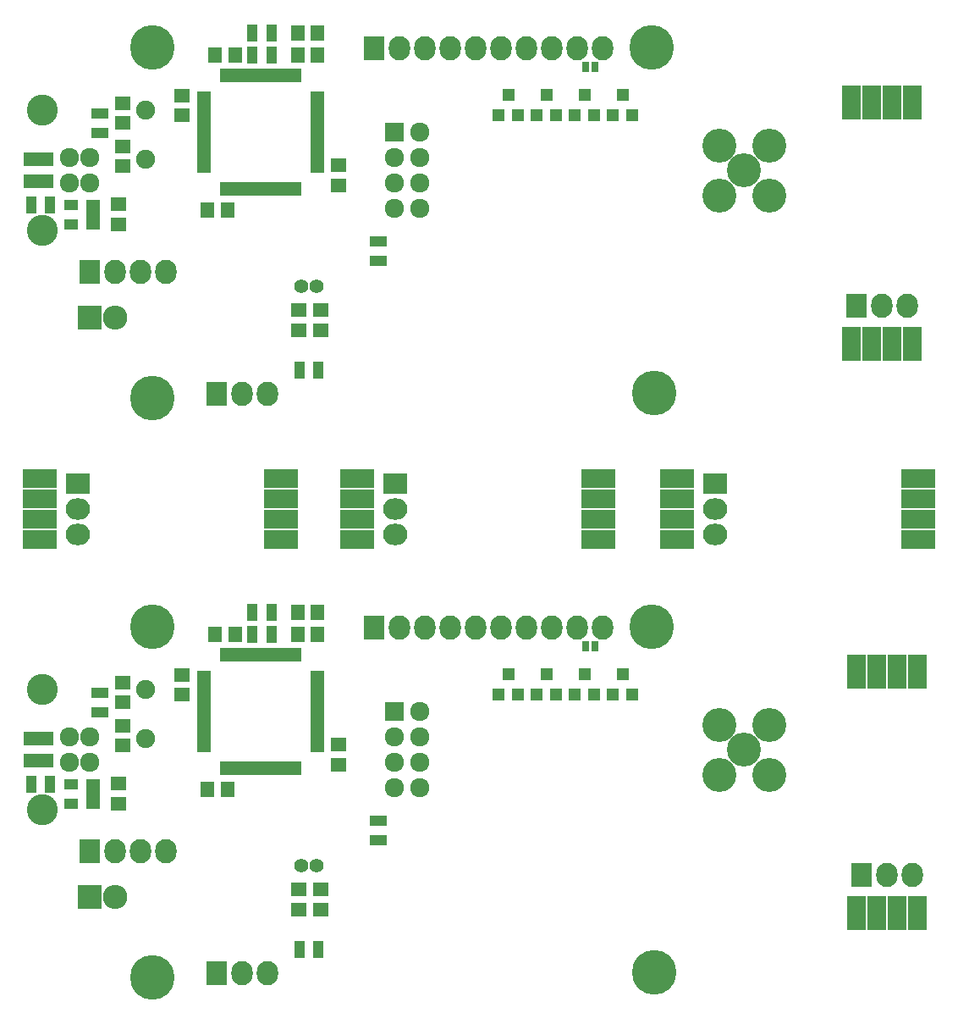
<source format=gbs>
G04 #@! TF.FileFunction,Soldermask,Bot*
%FSLAX46Y46*%
G04 Gerber Fmt 4.6, Leading zero omitted, Abs format (unit mm)*
G04 Created by KiCad (PCBNEW 4.0.4-stable) date Wed Nov 30 00:07:26 2016*
%MOMM*%
%LPD*%
G01*
G04 APERTURE LIST*
%ADD10C,0.100000*%
%ADD11R,1.924000X3.400000*%
%ADD12R,2.127200X2.432000*%
%ADD13O,2.127200X2.432000*%
%ADD14R,3.400000X1.924000*%
%ADD15R,2.432000X2.127200*%
%ADD16O,2.432000X2.127200*%
%ADD17R,0.800000X1.000000*%
%ADD18R,1.700000X1.100000*%
%ADD19R,1.100000X1.700000*%
%ADD20R,2.432000X2.432000*%
%ADD21O,2.432000X2.432000*%
%ADD22C,4.464000*%
%ADD23C,1.400760*%
%ADD24C,1.901140*%
%ADD25R,1.460000X1.050000*%
%ADD26R,1.050000X1.460000*%
%ADD27R,1.200100X1.200100*%
%ADD28C,1.924000*%
%ADD29C,3.100020*%
%ADD30R,1.924000X1.924000*%
%ADD31C,3.400000*%
%ADD32R,1.650000X1.400000*%
%ADD33R,1.400000X1.650000*%
%ADD34R,1.400000X0.650000*%
%ADD35R,0.650000X1.400000*%
G04 APERTURE END LIST*
D10*
D11*
X136080500Y-92265500D03*
X138112500Y-92265500D03*
X140144500Y-92265500D03*
X142176500Y-92265500D03*
X142176500Y-116395500D03*
X140144500Y-116395500D03*
X138112500Y-116395500D03*
X136080500Y-116395500D03*
D12*
X136588500Y-112585500D03*
D13*
X139128500Y-112585500D03*
X141668500Y-112585500D03*
D12*
X136080500Y-55689500D03*
D13*
X138620500Y-55689500D03*
X141160500Y-55689500D03*
D11*
X141668500Y-59499500D03*
X139636500Y-59499500D03*
X137604500Y-59499500D03*
X135572500Y-59499500D03*
X135572500Y-35369500D03*
X137604500Y-35369500D03*
X139636500Y-35369500D03*
X141668500Y-35369500D03*
D14*
X142303500Y-72961500D03*
X142303500Y-74993500D03*
X142303500Y-77025500D03*
X142303500Y-79057500D03*
X118173500Y-79057500D03*
X118173500Y-77025500D03*
X118173500Y-74993500D03*
X118173500Y-72961500D03*
D15*
X121983500Y-73469500D03*
D16*
X121983500Y-76009500D03*
X121983500Y-78549500D03*
D15*
X89979500Y-73469500D03*
D16*
X89979500Y-76009500D03*
X89979500Y-78549500D03*
D14*
X86169500Y-79057500D03*
X86169500Y-77025500D03*
X86169500Y-74993500D03*
X86169500Y-72961500D03*
X110299500Y-72961500D03*
X110299500Y-74993500D03*
X110299500Y-77025500D03*
X110299500Y-79057500D03*
D17*
X109024000Y-89725500D03*
X109924000Y-89725500D03*
D18*
X88265000Y-107190500D03*
X88265000Y-109090500D03*
D19*
X80393500Y-120015000D03*
X82293500Y-120015000D03*
D20*
X59372500Y-114808000D03*
D21*
X61912500Y-114808000D03*
D22*
X115887500Y-122301000D03*
X65642500Y-122836000D03*
X115642500Y-87836000D03*
X65642500Y-87836000D03*
D23*
X82092800Y-111633000D03*
X80594200Y-111633000D03*
D24*
X64960500Y-94079060D03*
X64960500Y-98960940D03*
D25*
X59774000Y-103571000D03*
X59774000Y-104521000D03*
X59774000Y-105471000D03*
X57574000Y-105471000D03*
X57574000Y-103571000D03*
D26*
X55242500Y-101176000D03*
X54292500Y-101176000D03*
X53342500Y-101176000D03*
X53342500Y-98976000D03*
X55242500Y-98976000D03*
X54292500Y-98976000D03*
D19*
X55433000Y-103505000D03*
X53533000Y-103505000D03*
D18*
X60452000Y-96327000D03*
X60452000Y-94427000D03*
D19*
X75694500Y-86360000D03*
X77594500Y-86360000D03*
X77594500Y-88519000D03*
X75694500Y-88519000D03*
D27*
X113662500Y-94536260D03*
X111762500Y-94536260D03*
X112712500Y-92537280D03*
X109852500Y-94536260D03*
X107952500Y-94536260D03*
X108902500Y-92537280D03*
X106042500Y-94536260D03*
X104142500Y-94536260D03*
X105092500Y-92537280D03*
X102232500Y-94536260D03*
X100332500Y-94536260D03*
X101282500Y-92537280D03*
D28*
X59372500Y-98806000D03*
X59372500Y-101346000D03*
X57373520Y-101346000D03*
X57373520Y-98806000D03*
D29*
X54673500Y-94076520D03*
X54673500Y-106075480D03*
D30*
X89852500Y-96266000D03*
D28*
X92392500Y-96266000D03*
X89852500Y-98806000D03*
X92392500Y-98806000D03*
X89852500Y-101346000D03*
X92392500Y-101346000D03*
X89852500Y-103886000D03*
X92392500Y-103886000D03*
D31*
X122392500Y-102576000D03*
X122392500Y-97576000D03*
X124892500Y-100076000D03*
X127392500Y-97576000D03*
X127392500Y-102576000D03*
D12*
X72072500Y-122428000D03*
D13*
X74612500Y-122428000D03*
X77152500Y-122428000D03*
D12*
X59372500Y-110236000D03*
D13*
X61912500Y-110236000D03*
X64452500Y-110236000D03*
X66992500Y-110236000D03*
D32*
X80327500Y-114062000D03*
X80327500Y-116062000D03*
X62293500Y-105457500D03*
X62293500Y-103457500D03*
D33*
X80216500Y-86360000D03*
X82216500Y-86360000D03*
D32*
X84264500Y-101584000D03*
X84264500Y-99584000D03*
X82486500Y-114062000D03*
X82486500Y-116062000D03*
X62674500Y-93361000D03*
X62674500Y-95361000D03*
X62674500Y-99679000D03*
X62674500Y-97679000D03*
D33*
X71199500Y-104013000D03*
X73199500Y-104013000D03*
X82216500Y-88519000D03*
X80216500Y-88519000D03*
X73961500Y-88519000D03*
X71961500Y-88519000D03*
D32*
X68643500Y-92599000D03*
X68643500Y-94599000D03*
D34*
X70817500Y-100016000D03*
X70817500Y-99516000D03*
X70817500Y-99016000D03*
X70817500Y-98516000D03*
X70817500Y-98016000D03*
X70817500Y-97516000D03*
X70817500Y-97016000D03*
X70817500Y-96516000D03*
X70817500Y-96016000D03*
X70817500Y-95516000D03*
X70817500Y-95016000D03*
X70817500Y-94516000D03*
X70817500Y-94016000D03*
X70817500Y-93516000D03*
X70817500Y-93016000D03*
X70817500Y-92516000D03*
D35*
X72767500Y-90566000D03*
X73267500Y-90566000D03*
X73767500Y-90566000D03*
X74267500Y-90566000D03*
X74767500Y-90566000D03*
X75267500Y-90566000D03*
X75767500Y-90566000D03*
X76267500Y-90566000D03*
X76767500Y-90566000D03*
X77267500Y-90566000D03*
X77767500Y-90566000D03*
X78267500Y-90566000D03*
X78767500Y-90566000D03*
X79267500Y-90566000D03*
X79767500Y-90566000D03*
X80267500Y-90566000D03*
D34*
X82217500Y-92516000D03*
X82217500Y-93016000D03*
X82217500Y-93516000D03*
X82217500Y-94016000D03*
X82217500Y-94516000D03*
X82217500Y-95016000D03*
X82217500Y-95516000D03*
X82217500Y-96016000D03*
X82217500Y-96516000D03*
X82217500Y-97016000D03*
X82217500Y-97516000D03*
X82217500Y-98016000D03*
X82217500Y-98516000D03*
X82217500Y-99016000D03*
X82217500Y-99516000D03*
X82217500Y-100016000D03*
D35*
X80267500Y-101966000D03*
X79767500Y-101966000D03*
X79267500Y-101966000D03*
X78767500Y-101966000D03*
X78267500Y-101966000D03*
X77767500Y-101966000D03*
X77267500Y-101966000D03*
X76767500Y-101966000D03*
X76267500Y-101966000D03*
X75767500Y-101966000D03*
X75267500Y-101966000D03*
X74767500Y-101966000D03*
X74267500Y-101966000D03*
X73767500Y-101966000D03*
X73267500Y-101966000D03*
X72767500Y-101966000D03*
D12*
X87820500Y-87884000D03*
D13*
X90360500Y-87884000D03*
X92900500Y-87884000D03*
X95440500Y-87884000D03*
X97980500Y-87884000D03*
X100520500Y-87884000D03*
X103060500Y-87884000D03*
X105600500Y-87884000D03*
X108140500Y-87884000D03*
X110680500Y-87884000D03*
D12*
X87820500Y-29972000D03*
D13*
X90360500Y-29972000D03*
X92900500Y-29972000D03*
X95440500Y-29972000D03*
X97980500Y-29972000D03*
X100520500Y-29972000D03*
X103060500Y-29972000D03*
X105600500Y-29972000D03*
X108140500Y-29972000D03*
X110680500Y-29972000D03*
D34*
X70817500Y-42104000D03*
X70817500Y-41604000D03*
X70817500Y-41104000D03*
X70817500Y-40604000D03*
X70817500Y-40104000D03*
X70817500Y-39604000D03*
X70817500Y-39104000D03*
X70817500Y-38604000D03*
X70817500Y-38104000D03*
X70817500Y-37604000D03*
X70817500Y-37104000D03*
X70817500Y-36604000D03*
X70817500Y-36104000D03*
X70817500Y-35604000D03*
X70817500Y-35104000D03*
X70817500Y-34604000D03*
D35*
X72767500Y-32654000D03*
X73267500Y-32654000D03*
X73767500Y-32654000D03*
X74267500Y-32654000D03*
X74767500Y-32654000D03*
X75267500Y-32654000D03*
X75767500Y-32654000D03*
X76267500Y-32654000D03*
X76767500Y-32654000D03*
X77267500Y-32654000D03*
X77767500Y-32654000D03*
X78267500Y-32654000D03*
X78767500Y-32654000D03*
X79267500Y-32654000D03*
X79767500Y-32654000D03*
X80267500Y-32654000D03*
D34*
X82217500Y-34604000D03*
X82217500Y-35104000D03*
X82217500Y-35604000D03*
X82217500Y-36104000D03*
X82217500Y-36604000D03*
X82217500Y-37104000D03*
X82217500Y-37604000D03*
X82217500Y-38104000D03*
X82217500Y-38604000D03*
X82217500Y-39104000D03*
X82217500Y-39604000D03*
X82217500Y-40104000D03*
X82217500Y-40604000D03*
X82217500Y-41104000D03*
X82217500Y-41604000D03*
X82217500Y-42104000D03*
D35*
X80267500Y-44054000D03*
X79767500Y-44054000D03*
X79267500Y-44054000D03*
X78767500Y-44054000D03*
X78267500Y-44054000D03*
X77767500Y-44054000D03*
X77267500Y-44054000D03*
X76767500Y-44054000D03*
X76267500Y-44054000D03*
X75767500Y-44054000D03*
X75267500Y-44054000D03*
X74767500Y-44054000D03*
X74267500Y-44054000D03*
X73767500Y-44054000D03*
X73267500Y-44054000D03*
X72767500Y-44054000D03*
D32*
X68643500Y-34687000D03*
X68643500Y-36687000D03*
D33*
X73961500Y-30607000D03*
X71961500Y-30607000D03*
X82216500Y-30607000D03*
X80216500Y-30607000D03*
X71199500Y-46101000D03*
X73199500Y-46101000D03*
D32*
X62674500Y-41767000D03*
X62674500Y-39767000D03*
X62674500Y-35449000D03*
X62674500Y-37449000D03*
X82486500Y-56150000D03*
X82486500Y-58150000D03*
X84264500Y-43672000D03*
X84264500Y-41672000D03*
D33*
X80216500Y-28448000D03*
X82216500Y-28448000D03*
D32*
X62293500Y-47545500D03*
X62293500Y-45545500D03*
X80327500Y-56150000D03*
X80327500Y-58150000D03*
D12*
X59372500Y-52324000D03*
D13*
X61912500Y-52324000D03*
X64452500Y-52324000D03*
X66992500Y-52324000D03*
D12*
X72072500Y-64516000D03*
D13*
X74612500Y-64516000D03*
X77152500Y-64516000D03*
D30*
X89852500Y-38354000D03*
D28*
X92392500Y-38354000D03*
X89852500Y-40894000D03*
X92392500Y-40894000D03*
X89852500Y-43434000D03*
X92392500Y-43434000D03*
X89852500Y-45974000D03*
X92392500Y-45974000D03*
D31*
X122392500Y-44664000D03*
X122392500Y-39664000D03*
X124892500Y-42164000D03*
X127392500Y-39664000D03*
X127392500Y-44664000D03*
D28*
X59372500Y-40894000D03*
X59372500Y-43434000D03*
X57373520Y-43434000D03*
X57373520Y-40894000D03*
D29*
X54673500Y-36164520D03*
X54673500Y-48163480D03*
D27*
X102232500Y-36624260D03*
X100332500Y-36624260D03*
X101282500Y-34625280D03*
X106042500Y-36624260D03*
X104142500Y-36624260D03*
X105092500Y-34625280D03*
X109852500Y-36624260D03*
X107952500Y-36624260D03*
X108902500Y-34625280D03*
X113662500Y-36624260D03*
X111762500Y-36624260D03*
X112712500Y-34625280D03*
D19*
X77594500Y-30607000D03*
X75694500Y-30607000D03*
X75694500Y-28448000D03*
X77594500Y-28448000D03*
D18*
X60452000Y-38415000D03*
X60452000Y-36515000D03*
D19*
X55433000Y-45593000D03*
X53533000Y-45593000D03*
D26*
X55242500Y-43264000D03*
X54292500Y-43264000D03*
X53342500Y-43264000D03*
X53342500Y-41064000D03*
X55242500Y-41064000D03*
X54292500Y-41064000D03*
D25*
X59774000Y-45659000D03*
X59774000Y-46609000D03*
X59774000Y-47559000D03*
X57574000Y-47559000D03*
X57574000Y-45659000D03*
D24*
X64960500Y-36167060D03*
X64960500Y-41048940D03*
D23*
X82092800Y-53721000D03*
X80594200Y-53721000D03*
D22*
X65642500Y-29924000D03*
X115642500Y-29924000D03*
X65642500Y-64924000D03*
X115887500Y-64389000D03*
D20*
X59372500Y-56896000D03*
D21*
X61912500Y-56896000D03*
D19*
X80393500Y-62103000D03*
X82293500Y-62103000D03*
D18*
X88265000Y-49278500D03*
X88265000Y-51178500D03*
D17*
X109024000Y-31813500D03*
X109924000Y-31813500D03*
D14*
X78549500Y-72961500D03*
X78549500Y-74993500D03*
X78549500Y-77025500D03*
X78549500Y-79057500D03*
X54419500Y-79057500D03*
X54419500Y-77025500D03*
X54419500Y-74993500D03*
X54419500Y-72961500D03*
D15*
X58229500Y-73469500D03*
D16*
X58229500Y-76009500D03*
X58229500Y-78549500D03*
M02*

</source>
